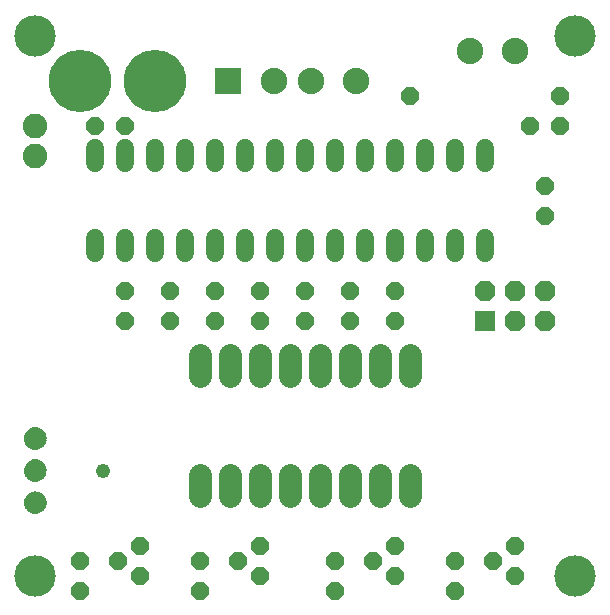
<source format=gbs>
G75*
G70*
%OFA0B0*%
%FSLAX24Y24*%
%IPPOS*%
%LPD*%
%AMOC8*
5,1,8,0,0,1.08239X$1,22.5*
%
%ADD10C,0.1380*%
%ADD11C,0.0880*%
%ADD12C,0.2080*%
%ADD13C,0.0780*%
%ADD14OC8,0.0600*%
%ADD15C,0.0600*%
%ADD16R,0.0680X0.0680*%
%ADD17OC8,0.0680*%
%ADD18R,0.0880X0.0880*%
%ADD19C,0.0820*%
%ADD20C,0.0050*%
%ADD21C,0.0480*%
D10*
X001121Y001101D03*
X001121Y019101D03*
X019121Y019101D03*
X019121Y001101D03*
D11*
X011825Y017601D03*
X010307Y017601D03*
X009069Y017601D03*
X015621Y018601D03*
X017121Y018601D03*
D12*
X005121Y017601D03*
X002621Y017601D03*
D13*
X006621Y008451D02*
X006621Y007751D01*
X007621Y007751D02*
X007621Y008451D01*
X008621Y008451D02*
X008621Y007751D01*
X009621Y007751D02*
X009621Y008451D01*
X010621Y008451D02*
X010621Y007751D01*
X011621Y007751D02*
X011621Y008451D01*
X012621Y008451D02*
X012621Y007751D01*
X013621Y007751D02*
X013621Y008451D01*
X013621Y004451D02*
X013621Y003751D01*
X012621Y003751D02*
X012621Y004451D01*
X011621Y004451D02*
X011621Y003751D01*
X010621Y003751D02*
X010621Y004451D01*
X009621Y004451D02*
X009621Y003751D01*
X008621Y003751D02*
X008621Y004451D01*
X007621Y004451D02*
X007621Y003751D01*
X006621Y003751D02*
X006621Y004451D01*
D14*
X008621Y002101D03*
X007871Y001601D03*
X008621Y001101D03*
X006621Y001601D03*
X006621Y000601D03*
X004621Y001101D03*
X003871Y001601D03*
X004621Y002101D03*
X002621Y001601D03*
X002621Y000601D03*
X011121Y000601D03*
X011121Y001601D03*
X012371Y001601D03*
X013121Y002101D03*
X013121Y001101D03*
X015121Y001601D03*
X015121Y000601D03*
X016371Y001601D03*
X017121Y002101D03*
X017121Y001101D03*
X013121Y009601D03*
X013121Y010601D03*
X011621Y010601D03*
X011621Y009601D03*
X010121Y009601D03*
X010121Y010601D03*
X008621Y010601D03*
X008621Y009601D03*
X007121Y009601D03*
X007121Y010601D03*
X005621Y010601D03*
X005621Y009601D03*
X004121Y009601D03*
X004121Y010601D03*
X004121Y016101D03*
X003121Y016101D03*
X013621Y017101D03*
X017621Y016101D03*
X018621Y016101D03*
X018621Y017101D03*
X018121Y014101D03*
X018121Y013101D03*
D15*
X016121Y012361D02*
X016121Y011841D01*
X015121Y011841D02*
X015121Y012361D01*
X014121Y012361D02*
X014121Y011841D01*
X013121Y011841D02*
X013121Y012361D01*
X012121Y012361D02*
X012121Y011841D01*
X011121Y011841D02*
X011121Y012361D01*
X010121Y012361D02*
X010121Y011841D01*
X009121Y011841D02*
X009121Y012361D01*
X008121Y012361D02*
X008121Y011841D01*
X007121Y011841D02*
X007121Y012361D01*
X006121Y012361D02*
X006121Y011841D01*
X005121Y011841D02*
X005121Y012361D01*
X004121Y012361D02*
X004121Y011841D01*
X003121Y011841D02*
X003121Y012361D01*
X003121Y014841D02*
X003121Y015361D01*
X004121Y015361D02*
X004121Y014841D01*
X005121Y014841D02*
X005121Y015361D01*
X006121Y015361D02*
X006121Y014841D01*
X007121Y014841D02*
X007121Y015361D01*
X008121Y015361D02*
X008121Y014841D01*
X009121Y014841D02*
X009121Y015361D01*
X010121Y015361D02*
X010121Y014841D01*
X011121Y014841D02*
X011121Y015361D01*
X012121Y015361D02*
X012121Y014841D01*
X013121Y014841D02*
X013121Y015361D01*
X014121Y015361D02*
X014121Y014841D01*
X015121Y014841D02*
X015121Y015361D01*
X016121Y015361D02*
X016121Y014841D01*
D16*
X016121Y009601D03*
D17*
X016121Y010601D03*
X017121Y010601D03*
X018121Y010601D03*
X018121Y009601D03*
X017121Y009601D03*
D18*
X007551Y017601D03*
D19*
X001121Y016101D03*
X001121Y015101D03*
D20*
X001123Y006017D02*
X001056Y006012D01*
X000991Y005993D01*
X000932Y005963D01*
X000879Y005921D01*
X000835Y005870D01*
X000802Y005811D01*
X000782Y005747D01*
X000774Y005681D01*
X000779Y005612D01*
X000798Y005546D01*
X000829Y005485D01*
X000871Y005431D01*
X000923Y005387D01*
X000983Y005353D01*
X001048Y005332D01*
X001116Y005324D01*
X001185Y005331D01*
X001251Y005352D01*
X001312Y005385D01*
X001365Y005430D01*
X001409Y005484D01*
X001441Y005545D01*
X001461Y005612D01*
X001467Y005681D01*
X001460Y005747D01*
X001440Y005811D01*
X001407Y005869D01*
X001365Y005920D01*
X001313Y005962D01*
X001253Y005992D01*
X001189Y006011D01*
X001123Y006017D01*
X001288Y005975D02*
X000955Y005975D01*
X000885Y005926D02*
X001357Y005926D01*
X001400Y005877D02*
X000842Y005877D01*
X000812Y005829D02*
X001429Y005829D01*
X001449Y005780D02*
X000792Y005780D01*
X000780Y005732D02*
X001461Y005732D01*
X001467Y005683D02*
X000774Y005683D01*
X000777Y005635D02*
X001463Y005635D01*
X001453Y005586D02*
X000787Y005586D01*
X000802Y005538D02*
X001437Y005538D01*
X001412Y005489D02*
X000827Y005489D01*
X000864Y005441D02*
X001374Y005441D01*
X001320Y005392D02*
X000917Y005392D01*
X001013Y005343D02*
X001224Y005343D01*
X001191Y004939D02*
X001255Y004920D01*
X001313Y004889D01*
X001365Y004847D01*
X001408Y004796D01*
X001439Y004738D01*
X001459Y004675D01*
X001466Y004609D01*
X001459Y004540D01*
X001440Y004474D01*
X001407Y004413D01*
X001364Y004359D01*
X001311Y004315D01*
X001250Y004282D01*
X001184Y004262D01*
X001115Y004255D01*
X001048Y004262D01*
X000984Y004283D01*
X000925Y004316D01*
X000874Y004359D01*
X000832Y004412D01*
X000801Y004472D01*
X000782Y004537D01*
X000777Y004604D01*
X000784Y004671D01*
X000804Y004735D01*
X000837Y004795D01*
X000880Y004846D01*
X000933Y004889D01*
X000993Y004920D01*
X001058Y004939D01*
X001125Y004945D01*
X001191Y004939D01*
X001280Y004907D02*
X000967Y004907D01*
X000895Y004858D02*
X001352Y004858D01*
X001397Y004809D02*
X000849Y004809D01*
X000818Y004761D02*
X001427Y004761D01*
X001447Y004712D02*
X000797Y004712D01*
X000783Y004664D02*
X001460Y004664D01*
X001465Y004615D02*
X000778Y004615D01*
X000780Y004567D02*
X001462Y004567D01*
X001453Y004518D02*
X000788Y004518D01*
X000802Y004470D02*
X001438Y004470D01*
X001412Y004421D02*
X000827Y004421D01*
X000863Y004373D02*
X001375Y004373D01*
X001321Y004324D02*
X000915Y004324D01*
X001007Y004276D02*
X001228Y004276D01*
X001194Y003870D02*
X001257Y003850D01*
X001316Y003819D01*
X001367Y003778D01*
X001409Y003726D01*
X001441Y003668D01*
X001460Y003605D01*
X001467Y003539D01*
X001461Y003471D01*
X001442Y003405D01*
X001410Y003345D01*
X001367Y003291D01*
X001315Y003247D01*
X001255Y003215D01*
X001190Y003194D01*
X001122Y003187D01*
X001054Y003194D01*
X000989Y003215D01*
X000929Y003247D01*
X000877Y003291D01*
X000834Y003345D01*
X000802Y003405D01*
X000783Y003471D01*
X000777Y003539D01*
X000785Y003606D01*
X000806Y003670D01*
X000839Y003729D01*
X000883Y003780D01*
X000936Y003822D01*
X000996Y003852D01*
X001061Y003871D01*
X001128Y003876D01*
X001194Y003870D01*
X001280Y003839D02*
X000969Y003839D01*
X000895Y003790D02*
X001352Y003790D01*
X001397Y003742D02*
X000850Y003742D01*
X000819Y003693D02*
X001427Y003693D01*
X001448Y003644D02*
X000797Y003644D01*
X000784Y003596D02*
X001461Y003596D01*
X001466Y003547D02*
X000778Y003547D01*
X000780Y003499D02*
X001463Y003499D01*
X001455Y003450D02*
X000789Y003450D01*
X000804Y003402D02*
X001440Y003402D01*
X001415Y003353D02*
X000829Y003353D01*
X000866Y003305D02*
X001378Y003305D01*
X001325Y003256D02*
X000919Y003256D01*
X001011Y003208D02*
X001232Y003208D01*
D21*
X003371Y004601D03*
M02*

</source>
